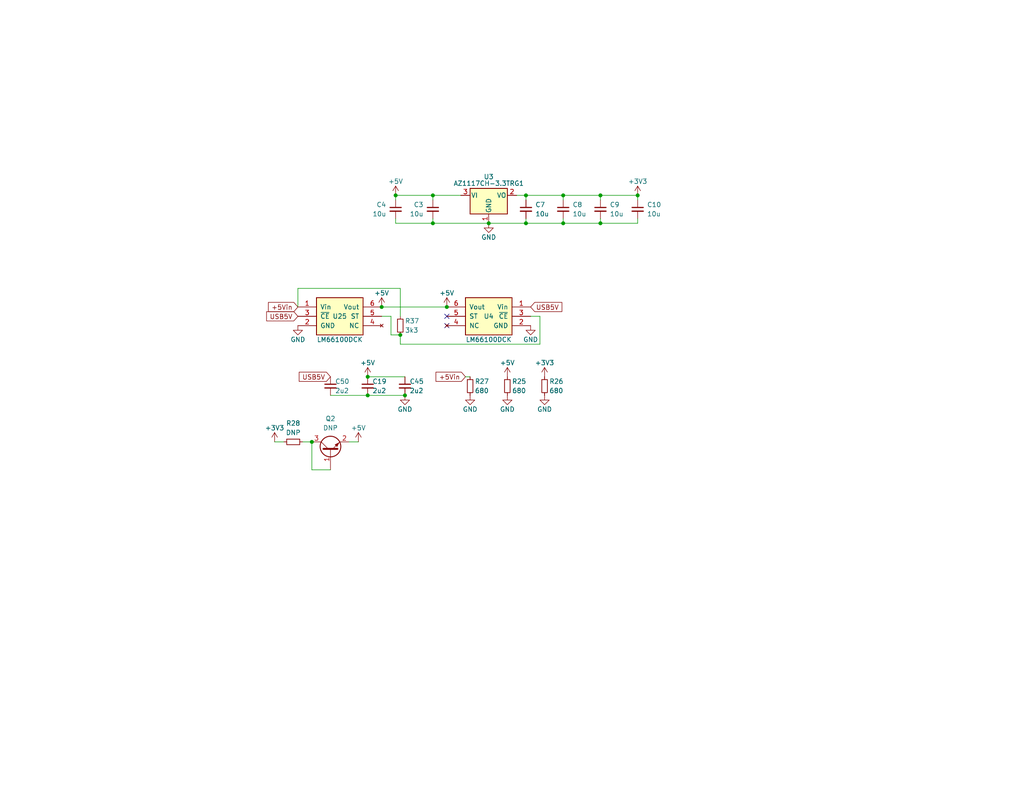
<source format=kicad_sch>
(kicad_sch (version 20231120) (generator "eeschema") (generator_version "8.0")
  (paper "USLetter")
  (title_block (title "WarpSE (GW4410A)") (date "2025-01-05") (rev "1.0") (company "Garrett's Workshop"))
  (lib_symbols
    (symbol "Device:C_Small" (pin_numbers hide) (pin_names (offset 0.254) hide)
      (property "Reference" "C" (at 0.254 1.778 0))
      (property "Value" "C_Small" (at 0.254 -2.032 0))
      (symbol "C_Small_0_1"
        (polyline (pts (xy -1.524 -0.508) (xy 1.524 -0.508)) (stroke (width 0.3302)))
        (polyline (pts (xy -1.524 0.508) (xy 1.524 0.508)) (stroke (width 0.3048)))
      )
      (symbol "C_Small_1_1"
        (pin passive line (at 0 2.54 270) (length 2.032) (name "~") (number "1"))
        (pin passive line (at 0 -2.54 90) (length 2.032) (name "~") (number "2"))
      )
    )
    (symbol "Device:R_Small" (pin_numbers hide) (pin_names (offset 0.254) hide)
      (property "Reference" "R" (at 0.762 0.508 0))
      (property "Value" "R_Small" (at 0.762 -1.016 0))
      (symbol "R_Small_0_1"
        (rectangle (start -0.762 1.778) (end 0.762 -1.778) (stroke (width 0.2032)))
      )
      (symbol "R_Small_1_1"
        (pin passive line (at 0 2.54 270) (length 0.762) (name "~") (number "1"))
        (pin passive line (at 0 -2.54 90) (length 0.762) (name "~") (number "2"))
      )
    )
    (symbol "GW_Power:LM66100DCK" (pin_names (offset 1.016))
      (property "Reference" "U" (at 0 6.35 0))
      (property "Value" "LM66100DCK" (at 0 -6.35 0))
      (property "Footprint" "stdpads:SOT-353" (at 0 -7.62 0))
      (symbol "LM66100DCK_0_1"
        (rectangle (start -6.35 5.08) (end 6.35 -5.08) (stroke (width 0.254)) (fill (type background)))
      )
      (symbol "LM66100DCK_1_1"
        (pin power_in line (at -11.43 2.54 0) (length 5.08) (name "Vin") (number "1"))
        (pin power_in line (at -11.43 -2.54 0) (length 5.08) (name "GND") (number "2"))
        (pin input line (at -11.43 0 0) (length 5.08) (name "~{CE}") (number "3"))
        (pin no_connect line (at 11.43 -2.54 180) (length 5.08) (name "NC") (number "4"))
        (pin output line (at 11.43 0 180) (length 5.08) (name "ST") (number "5"))
        (pin power_out line (at 11.43 2.54 180) (length 5.08) (name "Vout") (number "6"))
      )
    )
    (symbol "Regulator_Linear:AP1117-33" (pin_names (offset 0.254))
      (property "Reference" "U" (at -3.81 3.175 0))
      (property "Value" "AP1117-33" (at 0 3.175 0))
      (symbol "AP1117-33_0_1"
        (rectangle (start -5.08 -5.08) (end 5.08 1.905) (stroke (width 0.254)) (fill (type background)))
      )
      (symbol "AP1117-33_1_1"
        (pin power_in line (at 0 -7.62 90) (length 2.54) (name "GND") (number "1"))
        (pin power_out line (at 7.62 0 180) (length 2.54) (name "VO") (number "2"))
        (pin power_in line (at -7.62 0 0) (length 2.54) (name "VI") (number "3"))
      )
    )
    (symbol "Transistor_BJT:MMBT3904" (pin_names (offset 0) hide)
      (property "Reference" "Q" (at 5.08 1.905 0))
      (property "Value" "MMBT3904" (at 5.08 0 0))
      (symbol "MMBT3904_0_1"
        (polyline (pts (xy 0.635 0.635) (xy 2.54 2.54)))
        (polyline (pts (xy 0.635 -0.635) (xy 2.54 -2.54) (xy 2.54 -2.54)))
        (polyline (pts (xy 0.635 1.905) (xy 0.635 -1.905) (xy 0.635 -1.905)) (stroke (width 0.508)))
        (polyline (pts (xy 1.27 -1.778) (xy 1.778 -1.27) (xy 2.286 -2.286) (xy 1.27 -1.778) (xy 1.27 -1.778)) (fill (type outline)))
        (circle (center 1.27 0) (radius 2.8194) (stroke (width 0.254)))
      )
      (symbol "MMBT3904_1_1"
        (pin input line (at -5.08 0 0) (length 5.715) (name "B") (number "1"))
        (pin passive line (at 2.54 -5.08 90) (length 2.54) (name "E") (number "2"))
        (pin passive line (at 2.54 5.08 270) (length 2.54) (name "C") (number "3"))
      )
    )
    (symbol "power:+3V3" (power) (pin_names (offset 0))
      (property "Value" "+3V3" (at 0 3.556 0))
      (symbol "+3V3_0_1"
        (polyline (pts (xy -0.762 1.27) (xy 0 2.54)))
        (polyline (pts (xy 0 0) (xy 0 2.54)))
        (polyline (pts (xy 0 2.54) (xy 0.762 1.27)))
      )
      (symbol "+3V3_1_1"
        (pin power_in line (at 0 0 90) (length 0) hide (name "+3V3") (number "1"))
      )
    )
    (symbol "power:+5V" (power) (pin_names (offset 0))
      (property "Value" "+5V" (at 0 3.556 0))
      (symbol "+5V_0_1"
        (polyline (pts (xy -0.762 1.27) (xy 0 2.54)))
        (polyline (pts (xy 0 0) (xy 0 2.54)))
        (polyline (pts (xy 0 2.54) (xy 0.762 1.27)))
      )
      (symbol "+5V_1_1"
        (pin power_in line (at 0 0 90) (length 0) hide (name "+5V") (number "1"))
      )
    )
    (symbol "power:GND" (power) (pin_names (offset 0))
      (property "Value" "GND" (at 0 -3.81 0))
      (symbol "GND_0_1"
        (polyline (pts (xy 0 0) (xy 0 -1.27) (xy 1.27 -1.27) (xy 0 -2.54) (xy -1.27 -1.27) (xy 0 -1.27)))
      )
      (symbol "GND_1_1"
        (pin power_in line (at 0 0 270) (length 0) hide (name "GND") (number "1"))
      )
    )
  )
  (junction (at 100.33 102.87))
  (junction (at 153.67 60.96))
  (junction (at 133.35 60.96))
  (junction (at 163.83 60.96))
  (junction (at 118.11 60.96))
  (junction (at 153.67 53.34))
  (junction (at 100.33 107.95))
  (junction (at 143.51 53.34))
  (junction (at 107.95 53.34))
  (junction (at 118.11 53.34))
  (junction (at 121.92 83.82))
  (junction (at 85.09 120.65))
  (junction (at 104.14 83.82))
  (junction (at 109.22 91.44))
  (junction (at 173.99 53.34))
  (junction (at 163.83 53.34))
  (junction (at 143.51 60.96))
  (junction (at 110.49 107.95))
  (no_connect (at 121.92 88.9))
  (no_connect (at 121.92 86.36))
  (wire (pts (xy 163.83 53.34) (xy 173.99 53.34)))
  (wire (pts (xy 163.83 60.96) (xy 153.67 60.96)))
  (wire (pts (xy 85.09 120.65) (xy 85.09 128.27)))
  (wire (pts (xy 133.35 60.96) (xy 143.51 60.96)))
  (wire (pts (xy 153.67 53.34) (xy 163.83 53.34)))
  (wire (pts (xy 118.11 53.34) (xy 107.95 53.34)))
  (wire (pts (xy 118.11 53.34) (xy 125.73 53.34)))
  (wire (pts (xy 106.68 86.36) (xy 106.68 91.44)))
  (wire (pts (xy 107.95 60.96) (xy 118.11 60.96)))
  (wire (pts (xy 104.14 83.82) (xy 121.92 83.82)))
  (wire (pts (xy 106.68 91.44) (xy 109.22 91.44)))
  (wire (pts (xy 118.11 59.69) (xy 118.11 60.96)))
  (wire (pts (xy 81.28 78.74) (xy 81.28 83.82)))
  (wire (pts (xy 107.95 53.34) (xy 107.95 54.61)))
  (wire (pts (xy 153.67 59.69) (xy 153.67 60.96)))
  (wire (pts (xy 163.83 59.69) (xy 163.83 60.96)))
  (wire (pts (xy 163.83 53.34) (xy 163.83 54.61)))
  (wire (pts (xy 153.67 53.34) (xy 153.67 54.61)))
  (wire (pts (xy 147.32 93.98) (xy 109.22 93.98)))
  (wire (pts (xy 107.95 59.69) (xy 107.95 60.96)))
  (wire (pts (xy 143.51 60.96) (xy 143.51 59.69)))
  (wire (pts (xy 173.99 59.69) (xy 173.99 60.96)))
  (wire (pts (xy 109.22 86.36) (xy 109.22 78.74)))
  (wire (pts (xy 109.22 93.98) (xy 109.22 91.44)))
  (wire (pts (xy 140.97 53.34) (xy 143.51 53.34)))
  (wire (pts (xy 173.99 53.34) (xy 173.99 54.61)))
  (wire (pts (xy 147.32 86.36) (xy 147.32 93.98)))
  (wire (pts (xy 118.11 60.96) (xy 133.35 60.96)))
  (wire (pts (xy 144.78 86.36) (xy 147.32 86.36)))
  (wire (pts (xy 127 102.87) (xy 128.27 102.87)))
  (wire (pts (xy 100.33 102.87) (xy 110.49 102.87)))
  (wire (pts (xy 143.51 53.34) (xy 143.51 54.61)))
  (wire (pts (xy 109.22 78.74) (xy 81.28 78.74)))
  (wire (pts (xy 118.11 53.34) (xy 118.11 54.61)))
  (wire (pts (xy 82.55 120.65) (xy 85.09 120.65)))
  (wire (pts (xy 153.67 60.96) (xy 143.51 60.96)))
  (wire (pts (xy 143.51 53.34) (xy 153.67 53.34)))
  (wire (pts (xy 173.99 60.96) (xy 163.83 60.96)))
  (wire (pts (xy 100.33 107.95) (xy 110.49 107.95)))
  (wire (pts (xy 104.14 86.36) (xy 106.68 86.36)))
  (wire (pts (xy 85.09 128.27) (xy 90.17 128.27)))
  (wire (pts (xy 90.17 107.95) (xy 100.33 107.95)))
  (wire (pts (xy 74.93 120.65) (xy 77.47 120.65)))
  (wire (pts (xy 95.25 120.65) (xy 97.79 120.65)))
  (global_label "+5Vin" (shape input) (at 81.28 83.82 180) (property "Intersheetrefs" "${INTERSHEET_REFS}" (effects (hide yes))))
  (global_label "+5Vin" (shape input) (at 127 102.87 180) (property "Intersheetrefs" "${INTERSHEET_REFS}" (effects (hide yes))))
  (global_label "USB5V" (shape input) (at 144.78 83.82 0) (property "Intersheetrefs" "${INTERSHEET_REFS}" (effects (hide yes))))
  (global_label "USB5V" (shape input) (at 81.28 86.36 180) (property "Intersheetrefs" "${INTERSHEET_REFS}" (effects (hide yes))))
  (global_label "USB5V" (shape input) (at 90.17 102.87 180) (property "Intersheetrefs" "${INTERSHEET_REFS}" (effects (hide yes))))
  (symbol (lib_id "Regulator_Linear:AP1117-33") (at 133.35 53.34 0) (unit 1)
    (property "Reference" "U3" (at 133.35 48.26 0))
    (property "Value" "AZ1117CH-3.3TRG1" (at 133.35 50.8 0) (effects (justify bottom)))
    (property "Footprint" "stdpads:SOT-223" (effects (hide yes)))
    (property "LCSC Part" "C92102" (effects (hide yes)))
  )
  (symbol (lib_id "power:+5V") (at 107.95 53.34 0) (unit 1)
    (property "Reference" "#PWR0129" (effects (hide yes)))
    (property "Value" "+5V" (at 107.95 49.53 0))
  )
  (symbol (lib_id "power:GND") (at 133.35 60.96 0) (unit 1)
    (property "Reference" "#PWR0130" (effects (hide yes)))
    (property "Value" "GND" (at 133.35 64.77 0))
  )
  (symbol (lib_id "Device:C_Small") (at 118.11 57.15 0) (unit 1)
    (property "Reference" "C3" (at 115.57 55.88 0) (effects (justify right)))
    (property "Value" "10u" (at 115.57 58.42 0) (effects (justify right)))
    (property "Footprint" "stdpads:C_0805" (effects (hide yes)))
    (property "LCSC Part" "C15850" (effects (hide yes)))
  )
  (symbol (lib_id "Device:C_Small") (at 143.51 57.15 0) (mirror y) (unit 1)
    (property "Reference" "C7" (at 146.05 55.88 0) (effects (justify right)))
    (property "Value" "10u" (at 146.05 58.42 0) (effects (justify right)))
    (property "Footprint" "stdpads:C_0805" (effects (hide yes)))
    (property "LCSC Part" "C15850" (effects (hide yes)))
  )
  (symbol (lib_id "Device:C_Small") (at 153.67 57.15 0) (mirror y) (unit 1)
    (property "Reference" "C8" (at 156.21 55.88 0) (effects (justify right)))
    (property "Value" "10u" (at 156.21 58.42 0) (effects (justify right)))
    (property "Footprint" "stdpads:C_0805" (effects (hide yes)))
    (property "LCSC Part" "C15850" (effects (hide yes)))
  )
  (symbol (lib_id "Device:C_Small") (at 163.83 57.15 0) (mirror y) (unit 1)
    (property "Reference" "C9" (at 166.37 55.88 0) (effects (justify right)))
    (property "Value" "10u" (at 166.37 58.42 0) (effects (justify right)))
    (property "Footprint" "stdpads:C_0805" (effects (hide yes)))
    (property "LCSC Part" "C15850" (effects (hide yes)))
  )
  (symbol (lib_id "Device:R_Small") (at 109.22 88.9 180) (unit 1)
    (property "Reference" "R37" (at 110.49 87.63 0) (effects (justify right)))
    (property "Value" "3k3" (at 110.49 90.17 0) (effects (justify right)))
    (property "Footprint" "stdpads:R_0603" (effects (hide yes)))
    (property "LCSC Part" "C21190" (effects (hide yes)))
  )
  (symbol (lib_id "Device:R_Small") (at 128.27 105.41 0) (unit 1)
    (property "Reference" "R27" (at 129.54 104.14 0) (effects (justify left)))
    (property "Value" "680" (at 129.54 106.68 0) (effects (justify left)))
    (property "Footprint" "stdpads:R_0805" (effects (hide yes)))
    (property "Description" "Resistor, small symbol" (effects (hide yes)))
    (property "LCSC Part" "C17798" (effects (hide yes)))
  )
  (symbol (lib_id "power:GND") (at 81.28 88.9 0) (unit 1)
    (property "Reference" "#PWR030" (effects (hide yes)))
    (property "Value" "GND" (at 81.28 92.71 0))
  )
  (symbol (lib_id "Device:R_Small") (at 80.01 120.65 90) (unit 1)
    (property "Reference" "R28" (at 80.01 115.57 90))
    (property "Value" "DNP" (at 80.01 118.11 90))
    (property "Footprint" "stdpads:R_0805" (effects (hide yes)))
    (property "Description" "Resistor, small symbol" (effects (hide yes)))
  )
  (symbol (lib_id "power:GND") (at 110.49 107.95 0) (mirror y) (unit 1)
    (property "Reference" "#PWR033" (effects (hide yes)))
    (property "Value" "GND" (at 110.49 111.76 0))
  )
  (symbol (lib_id "power:+3V3") (at 148.59 102.87 0) (unit 1)
    (property "Reference" "#PWR037" (effects (hide yes)))
    (property "Value" "+3V3" (at 148.59 99.06 0))
  )
  (symbol (lib_id "GW_Power:LM66100DCK") (at 92.71 86.36 0) (unit 1)
    (property "Reference" "U25" (at 92.71 86.36 0))
    (property "Value" "LM66100DCK" (at 92.71 92.71 0))
    (property "Footprint" "stdpads:SOT-363" (effects (hide yes)))
    (property "LCSC Part" "C2869734" (effects (hide yes)))
  )
  (symbol (lib_id "power:GND") (at 148.59 107.95 0) (mirror y) (unit 1)
    (property "Reference" "#PWR038" (effects (hide yes)))
    (property "Value" "GND" (at 148.59 111.76 0))
  )
  (symbol (lib_id "power:+5V") (at 104.14 83.82 0) (unit 1)
    (property "Reference" "#PWR029" (effects (hide yes)))
    (property "Value" "+5V" (at 104.14 80.01 0))
  )
  (symbol (lib_id "power:+3V3") (at 173.99 53.34 0) (unit 1)
    (property "Reference" "#PWR025" (effects (hide yes)))
    (property "Value" "+3V3" (at 173.99 49.53 0))
  )
  (symbol (lib_id "Transistor_BJT:MMBT3904") (at 90.17 123.19 90) (unit 1)
    (property "Reference" "Q2" (at 90.17 114.3 90))
    (property "Value" "DNP" (at 90.17 116.84 90))
    (property "Footprint" "stdpads:SOT-23" (effects (hide yes)))
  )
  (symbol (lib_id "power:GND") (at 144.78 88.9 0) (mirror y) (unit 1)
    (property "Reference" "#PWR032" (effects (hide yes)))
    (property "Value" "GND" (at 144.78 92.71 0))
  )
  (symbol (lib_id "Device:C_Small") (at 110.49 105.41 0) (unit 1)
    (property "Reference" "C45" (at 111.76 104.14 0) (effects (justify left)))
    (property "Value" "2u2" (at 111.76 106.68 0) (effects (justify left)))
    (property "Footprint" "stdpads:C_0603" (effects (hide yes)))
    (property "LCSC Part" "C23630" (effects (hide yes)))
  )
  (symbol (lib_id "Device:R_Small") (at 148.59 105.41 0) (unit 1)
    (property "Reference" "R26" (at 149.86 104.14 0) (effects (justify left)))
    (property "Value" "680" (at 149.86 106.68 0) (effects (justify left)))
    (property "Footprint" "stdpads:R_0805" (effects (hide yes)))
    (property "Description" "Resistor, small symbol" (effects (hide yes)))
    (property "LCSC Part" "C17798" (effects (hide yes)))
  )
  (symbol (lib_id "power:+5V") (at 138.43 102.87 0) (unit 1)
    (property "Reference" "#PWR036" (effects (hide yes)))
    (property "Value" "+5V" (at 138.43 99.06 0))
  )
  (symbol (lib_id "Device:C_Small") (at 107.95 57.15 0) (unit 1)
    (property "Reference" "C4" (at 105.41 55.88 0) (effects (justify right)))
    (property "Value" "10u" (at 105.41 58.42 0) (effects (justify right)))
    (property "Footprint" "stdpads:C_0805" (effects (hide yes)))
    (property "LCSC Part" "C15850" (effects (hide yes)))
  )
  (symbol (lib_id "GW_Power:LM66100DCK") (at 133.35 86.36 0) (mirror y) (unit 1)
    (property "Reference" "U4" (at 133.35 86.36 0))
    (property "Value" "LM66100DCK" (at 133.35 92.71 0))
    (property "Footprint" "stdpads:SOT-363" (effects (hide yes)))
    (property "LCSC Part" "C2869734" (effects (hide yes)))
  )
  (symbol (lib_id "Device:R_Small") (at 138.43 105.41 0) (unit 1)
    (property "Reference" "R25" (at 139.7 104.14 0) (effects (justify left)))
    (property "Value" "680" (at 139.7 106.68 0) (effects (justify left)))
    (property "Footprint" "stdpads:R_0805" (effects (hide yes)))
    (property "Description" "Resistor, small symbol" (effects (hide yes)))
    (property "LCSC Part" "C17798" (effects (hide yes)))
  )
  (symbol (lib_id "power:+5V") (at 97.79 120.65 0) (unit 1)
    (property "Reference" "#PWR039" (effects (hide yes)))
    (property "Value" "+5V" (at 97.79 116.84 0))
  )
  (symbol (lib_id "Device:C_Small") (at 173.99 57.15 0) (mirror y) (unit 1)
    (property "Reference" "C10" (at 176.53 55.88 0) (effects (justify right)))
    (property "Value" "10u" (at 176.53 58.42 0) (effects (justify right)))
    (property "Footprint" "stdpads:C_0805" (effects (hide yes)))
    (property "LCSC Part" "C15850" (effects (hide yes)))
  )
  (symbol (lib_id "power:+5V") (at 100.33 102.87 0) (unit 1)
    (property "Reference" "#PWR034" (effects (hide yes)))
    (property "Value" "+5V" (at 100.33 99.06 0))
  )
  (symbol (lib_id "power:+3V3") (at 74.93 120.65 0) (unit 1)
    (property "Reference" "#PWR040" (effects (hide yes)))
    (property "Value" "+3V3" (at 74.93 116.84 0))
  )
  (symbol (lib_id "power:GND") (at 138.43 107.95 0) (mirror y) (unit 1)
    (property "Reference" "#PWR035" (effects (hide yes)))
    (property "Value" "GND" (at 138.43 111.76 0))
  )
  (symbol (lib_id "Device:C_Small") (at 90.17 105.41 0) (unit 1)
    (property "Reference" "C50" (at 91.44 104.14 0) (effects (justify left)))
    (property "Value" "2u2" (at 91.44 106.68 0) (effects (justify left)))
    (property "Footprint" "stdpads:C_0603" (effects (hide yes)))
    (property "LCSC Part" "C23630" (effects (hide yes)))
  )
  (symbol (lib_id "Device:C_Small") (at 100.33 105.41 0) (unit 1)
    (property "Reference" "C19" (at 101.6 104.14 0) (effects (justify left)))
    (property "Value" "2u2" (at 101.6 106.68 0) (effects (justify left)))
    (property "Footprint" "stdpads:C_0603" (effects (hide yes)))
    (property "LCSC Part" "C23630" (effects (hide yes)))
  )
  (symbol (lib_id "power:GND") (at 128.27 107.95 0) (mirror y) (unit 1)
    (property "Reference" "#PWR049" (effects (hide yes)))
    (property "Value" "GND" (at 128.27 111.76 0))
  )
  (symbol (lib_id "power:+5V") (at 121.92 83.82 0) (unit 1)
    (property "Reference" "#PWR031" (effects (hide yes)))
    (property "Value" "+5V" (at 121.92 80.01 0))
  )
)
</source>
